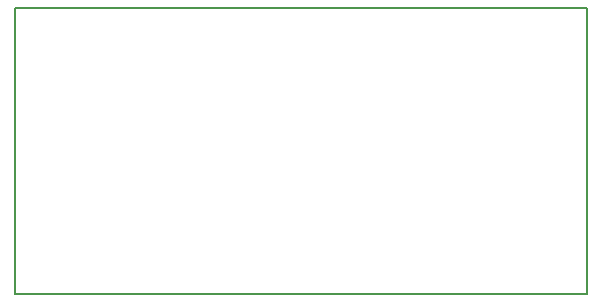
<source format=gm1>
G04 #@! TF.FileFunction,Profile,NP*
%FSLAX46Y46*%
G04 Gerber Fmt 4.6, Leading zero omitted, Abs format (unit mm)*
G04 Created by KiCad (PCBNEW 4.0.1-stable) date Fri 18 Dec 2015 10:46:47 AM EET*
%MOMM*%
G01*
G04 APERTURE LIST*
%ADD10C,0.100000*%
%ADD11C,0.150000*%
G04 APERTURE END LIST*
D10*
D11*
X150675000Y-70825000D02*
X199125000Y-70825000D01*
X150675000Y-46600000D02*
X150675000Y-70825000D01*
X199125000Y-46600000D02*
X150675000Y-46600000D01*
X199125000Y-47900000D02*
X199125000Y-70825000D01*
X199125000Y-46600000D02*
X199125000Y-47900000D01*
M02*

</source>
